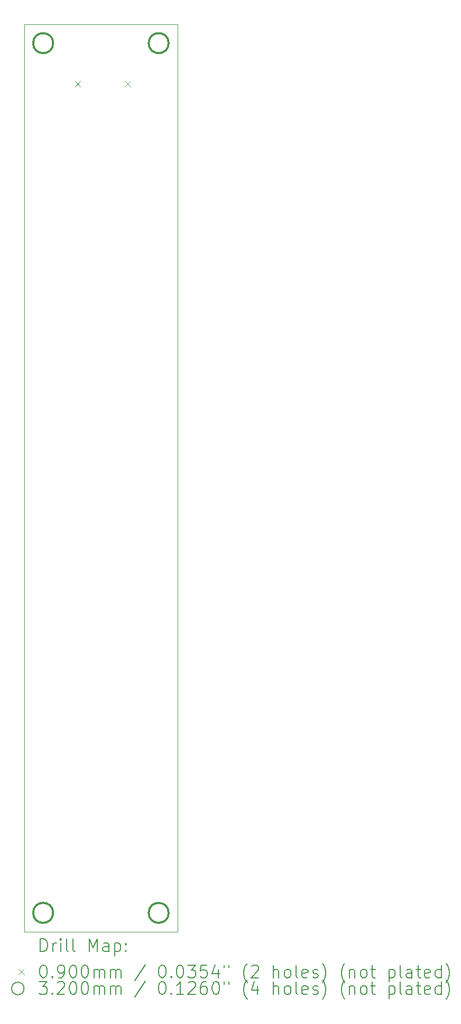
<source format=gbr>
%TF.GenerationSoftware,KiCad,Pcbnew,7.0.10-7.0.10~ubuntu22.04.1*%
%TF.CreationDate,2024-01-30T11:01:31+01:00*%
%TF.ProjectId,rocketry_circuit,726f636b-6574-4727-995f-636972637569,rev?*%
%TF.SameCoordinates,Original*%
%TF.FileFunction,Drillmap*%
%TF.FilePolarity,Positive*%
%FSLAX45Y45*%
G04 Gerber Fmt 4.5, Leading zero omitted, Abs format (unit mm)*
G04 Created by KiCad (PCBNEW 7.0.10-7.0.10~ubuntu22.04.1) date 2024-01-30 11:01:31*
%MOMM*%
%LPD*%
G01*
G04 APERTURE LIST*
%ADD10C,0.100000*%
%ADD11C,0.200000*%
%ADD12C,0.320000*%
G04 APERTURE END LIST*
D10*
X1200000Y-1200000D02*
X3650000Y-1200000D01*
X3650000Y-15700000D01*
X1200000Y-15700000D01*
X1200000Y-1200000D01*
D11*
D10*
X2010097Y-2106816D02*
X2100097Y-2196816D01*
X2100097Y-2106816D02*
X2010097Y-2196816D01*
X2810097Y-2106816D02*
X2900097Y-2196816D01*
X2900097Y-2106816D02*
X2810097Y-2196816D01*
D12*
X1660000Y-1500000D02*
G75*
G03*
X1340000Y-1500000I-160000J0D01*
G01*
X1340000Y-1500000D02*
G75*
G03*
X1660000Y-1500000I160000J0D01*
G01*
X1660000Y-15400000D02*
G75*
G03*
X1340000Y-15400000I-160000J0D01*
G01*
X1340000Y-15400000D02*
G75*
G03*
X1660000Y-15400000I160000J0D01*
G01*
X3510000Y-1500000D02*
G75*
G03*
X3190000Y-1500000I-160000J0D01*
G01*
X3190000Y-1500000D02*
G75*
G03*
X3510000Y-1500000I160000J0D01*
G01*
X3510000Y-15400000D02*
G75*
G03*
X3190000Y-15400000I-160000J0D01*
G01*
X3190000Y-15400000D02*
G75*
G03*
X3510000Y-15400000I160000J0D01*
G01*
D11*
X1455777Y-16016484D02*
X1455777Y-15816484D01*
X1455777Y-15816484D02*
X1503396Y-15816484D01*
X1503396Y-15816484D02*
X1531967Y-15826008D01*
X1531967Y-15826008D02*
X1551015Y-15845055D01*
X1551015Y-15845055D02*
X1560539Y-15864103D01*
X1560539Y-15864103D02*
X1570062Y-15902198D01*
X1570062Y-15902198D02*
X1570062Y-15930769D01*
X1570062Y-15930769D02*
X1560539Y-15968865D01*
X1560539Y-15968865D02*
X1551015Y-15987912D01*
X1551015Y-15987912D02*
X1531967Y-16006960D01*
X1531967Y-16006960D02*
X1503396Y-16016484D01*
X1503396Y-16016484D02*
X1455777Y-16016484D01*
X1655777Y-16016484D02*
X1655777Y-15883150D01*
X1655777Y-15921246D02*
X1665301Y-15902198D01*
X1665301Y-15902198D02*
X1674824Y-15892674D01*
X1674824Y-15892674D02*
X1693872Y-15883150D01*
X1693872Y-15883150D02*
X1712920Y-15883150D01*
X1779586Y-16016484D02*
X1779586Y-15883150D01*
X1779586Y-15816484D02*
X1770062Y-15826008D01*
X1770062Y-15826008D02*
X1779586Y-15835531D01*
X1779586Y-15835531D02*
X1789110Y-15826008D01*
X1789110Y-15826008D02*
X1779586Y-15816484D01*
X1779586Y-15816484D02*
X1779586Y-15835531D01*
X1903396Y-16016484D02*
X1884348Y-16006960D01*
X1884348Y-16006960D02*
X1874824Y-15987912D01*
X1874824Y-15987912D02*
X1874824Y-15816484D01*
X2008158Y-16016484D02*
X1989110Y-16006960D01*
X1989110Y-16006960D02*
X1979586Y-15987912D01*
X1979586Y-15987912D02*
X1979586Y-15816484D01*
X2236729Y-16016484D02*
X2236729Y-15816484D01*
X2236729Y-15816484D02*
X2303396Y-15959341D01*
X2303396Y-15959341D02*
X2370063Y-15816484D01*
X2370063Y-15816484D02*
X2370063Y-16016484D01*
X2551015Y-16016484D02*
X2551015Y-15911722D01*
X2551015Y-15911722D02*
X2541491Y-15892674D01*
X2541491Y-15892674D02*
X2522444Y-15883150D01*
X2522444Y-15883150D02*
X2484348Y-15883150D01*
X2484348Y-15883150D02*
X2465301Y-15892674D01*
X2551015Y-16006960D02*
X2531967Y-16016484D01*
X2531967Y-16016484D02*
X2484348Y-16016484D01*
X2484348Y-16016484D02*
X2465301Y-16006960D01*
X2465301Y-16006960D02*
X2455777Y-15987912D01*
X2455777Y-15987912D02*
X2455777Y-15968865D01*
X2455777Y-15968865D02*
X2465301Y-15949817D01*
X2465301Y-15949817D02*
X2484348Y-15940293D01*
X2484348Y-15940293D02*
X2531967Y-15940293D01*
X2531967Y-15940293D02*
X2551015Y-15930769D01*
X2646253Y-15883150D02*
X2646253Y-16083150D01*
X2646253Y-15892674D02*
X2665301Y-15883150D01*
X2665301Y-15883150D02*
X2703396Y-15883150D01*
X2703396Y-15883150D02*
X2722444Y-15892674D01*
X2722444Y-15892674D02*
X2731967Y-15902198D01*
X2731967Y-15902198D02*
X2741491Y-15921246D01*
X2741491Y-15921246D02*
X2741491Y-15978388D01*
X2741491Y-15978388D02*
X2731967Y-15997436D01*
X2731967Y-15997436D02*
X2722444Y-16006960D01*
X2722444Y-16006960D02*
X2703396Y-16016484D01*
X2703396Y-16016484D02*
X2665301Y-16016484D01*
X2665301Y-16016484D02*
X2646253Y-16006960D01*
X2827205Y-15997436D02*
X2836729Y-16006960D01*
X2836729Y-16006960D02*
X2827205Y-16016484D01*
X2827205Y-16016484D02*
X2817682Y-16006960D01*
X2817682Y-16006960D02*
X2827205Y-15997436D01*
X2827205Y-15997436D02*
X2827205Y-16016484D01*
X2827205Y-15892674D02*
X2836729Y-15902198D01*
X2836729Y-15902198D02*
X2827205Y-15911722D01*
X2827205Y-15911722D02*
X2817682Y-15902198D01*
X2817682Y-15902198D02*
X2827205Y-15892674D01*
X2827205Y-15892674D02*
X2827205Y-15911722D01*
D10*
X1105000Y-16300000D02*
X1195000Y-16390000D01*
X1195000Y-16300000D02*
X1105000Y-16390000D01*
D11*
X1493872Y-16236484D02*
X1512920Y-16236484D01*
X1512920Y-16236484D02*
X1531967Y-16246008D01*
X1531967Y-16246008D02*
X1541491Y-16255531D01*
X1541491Y-16255531D02*
X1551015Y-16274579D01*
X1551015Y-16274579D02*
X1560539Y-16312674D01*
X1560539Y-16312674D02*
X1560539Y-16360293D01*
X1560539Y-16360293D02*
X1551015Y-16398388D01*
X1551015Y-16398388D02*
X1541491Y-16417436D01*
X1541491Y-16417436D02*
X1531967Y-16426960D01*
X1531967Y-16426960D02*
X1512920Y-16436484D01*
X1512920Y-16436484D02*
X1493872Y-16436484D01*
X1493872Y-16436484D02*
X1474824Y-16426960D01*
X1474824Y-16426960D02*
X1465301Y-16417436D01*
X1465301Y-16417436D02*
X1455777Y-16398388D01*
X1455777Y-16398388D02*
X1446253Y-16360293D01*
X1446253Y-16360293D02*
X1446253Y-16312674D01*
X1446253Y-16312674D02*
X1455777Y-16274579D01*
X1455777Y-16274579D02*
X1465301Y-16255531D01*
X1465301Y-16255531D02*
X1474824Y-16246008D01*
X1474824Y-16246008D02*
X1493872Y-16236484D01*
X1646253Y-16417436D02*
X1655777Y-16426960D01*
X1655777Y-16426960D02*
X1646253Y-16436484D01*
X1646253Y-16436484D02*
X1636729Y-16426960D01*
X1636729Y-16426960D02*
X1646253Y-16417436D01*
X1646253Y-16417436D02*
X1646253Y-16436484D01*
X1751015Y-16436484D02*
X1789110Y-16436484D01*
X1789110Y-16436484D02*
X1808158Y-16426960D01*
X1808158Y-16426960D02*
X1817682Y-16417436D01*
X1817682Y-16417436D02*
X1836729Y-16388865D01*
X1836729Y-16388865D02*
X1846253Y-16350769D01*
X1846253Y-16350769D02*
X1846253Y-16274579D01*
X1846253Y-16274579D02*
X1836729Y-16255531D01*
X1836729Y-16255531D02*
X1827205Y-16246008D01*
X1827205Y-16246008D02*
X1808158Y-16236484D01*
X1808158Y-16236484D02*
X1770062Y-16236484D01*
X1770062Y-16236484D02*
X1751015Y-16246008D01*
X1751015Y-16246008D02*
X1741491Y-16255531D01*
X1741491Y-16255531D02*
X1731967Y-16274579D01*
X1731967Y-16274579D02*
X1731967Y-16322198D01*
X1731967Y-16322198D02*
X1741491Y-16341246D01*
X1741491Y-16341246D02*
X1751015Y-16350769D01*
X1751015Y-16350769D02*
X1770062Y-16360293D01*
X1770062Y-16360293D02*
X1808158Y-16360293D01*
X1808158Y-16360293D02*
X1827205Y-16350769D01*
X1827205Y-16350769D02*
X1836729Y-16341246D01*
X1836729Y-16341246D02*
X1846253Y-16322198D01*
X1970062Y-16236484D02*
X1989110Y-16236484D01*
X1989110Y-16236484D02*
X2008158Y-16246008D01*
X2008158Y-16246008D02*
X2017682Y-16255531D01*
X2017682Y-16255531D02*
X2027205Y-16274579D01*
X2027205Y-16274579D02*
X2036729Y-16312674D01*
X2036729Y-16312674D02*
X2036729Y-16360293D01*
X2036729Y-16360293D02*
X2027205Y-16398388D01*
X2027205Y-16398388D02*
X2017682Y-16417436D01*
X2017682Y-16417436D02*
X2008158Y-16426960D01*
X2008158Y-16426960D02*
X1989110Y-16436484D01*
X1989110Y-16436484D02*
X1970062Y-16436484D01*
X1970062Y-16436484D02*
X1951015Y-16426960D01*
X1951015Y-16426960D02*
X1941491Y-16417436D01*
X1941491Y-16417436D02*
X1931967Y-16398388D01*
X1931967Y-16398388D02*
X1922443Y-16360293D01*
X1922443Y-16360293D02*
X1922443Y-16312674D01*
X1922443Y-16312674D02*
X1931967Y-16274579D01*
X1931967Y-16274579D02*
X1941491Y-16255531D01*
X1941491Y-16255531D02*
X1951015Y-16246008D01*
X1951015Y-16246008D02*
X1970062Y-16236484D01*
X2160539Y-16236484D02*
X2179586Y-16236484D01*
X2179586Y-16236484D02*
X2198634Y-16246008D01*
X2198634Y-16246008D02*
X2208158Y-16255531D01*
X2208158Y-16255531D02*
X2217682Y-16274579D01*
X2217682Y-16274579D02*
X2227205Y-16312674D01*
X2227205Y-16312674D02*
X2227205Y-16360293D01*
X2227205Y-16360293D02*
X2217682Y-16398388D01*
X2217682Y-16398388D02*
X2208158Y-16417436D01*
X2208158Y-16417436D02*
X2198634Y-16426960D01*
X2198634Y-16426960D02*
X2179586Y-16436484D01*
X2179586Y-16436484D02*
X2160539Y-16436484D01*
X2160539Y-16436484D02*
X2141491Y-16426960D01*
X2141491Y-16426960D02*
X2131967Y-16417436D01*
X2131967Y-16417436D02*
X2122444Y-16398388D01*
X2122444Y-16398388D02*
X2112920Y-16360293D01*
X2112920Y-16360293D02*
X2112920Y-16312674D01*
X2112920Y-16312674D02*
X2122444Y-16274579D01*
X2122444Y-16274579D02*
X2131967Y-16255531D01*
X2131967Y-16255531D02*
X2141491Y-16246008D01*
X2141491Y-16246008D02*
X2160539Y-16236484D01*
X2312920Y-16436484D02*
X2312920Y-16303150D01*
X2312920Y-16322198D02*
X2322444Y-16312674D01*
X2322444Y-16312674D02*
X2341491Y-16303150D01*
X2341491Y-16303150D02*
X2370063Y-16303150D01*
X2370063Y-16303150D02*
X2389110Y-16312674D01*
X2389110Y-16312674D02*
X2398634Y-16331722D01*
X2398634Y-16331722D02*
X2398634Y-16436484D01*
X2398634Y-16331722D02*
X2408158Y-16312674D01*
X2408158Y-16312674D02*
X2427205Y-16303150D01*
X2427205Y-16303150D02*
X2455777Y-16303150D01*
X2455777Y-16303150D02*
X2474825Y-16312674D01*
X2474825Y-16312674D02*
X2484348Y-16331722D01*
X2484348Y-16331722D02*
X2484348Y-16436484D01*
X2579586Y-16436484D02*
X2579586Y-16303150D01*
X2579586Y-16322198D02*
X2589110Y-16312674D01*
X2589110Y-16312674D02*
X2608158Y-16303150D01*
X2608158Y-16303150D02*
X2636729Y-16303150D01*
X2636729Y-16303150D02*
X2655777Y-16312674D01*
X2655777Y-16312674D02*
X2665301Y-16331722D01*
X2665301Y-16331722D02*
X2665301Y-16436484D01*
X2665301Y-16331722D02*
X2674825Y-16312674D01*
X2674825Y-16312674D02*
X2693872Y-16303150D01*
X2693872Y-16303150D02*
X2722444Y-16303150D01*
X2722444Y-16303150D02*
X2741491Y-16312674D01*
X2741491Y-16312674D02*
X2751015Y-16331722D01*
X2751015Y-16331722D02*
X2751015Y-16436484D01*
X3141491Y-16226960D02*
X2970063Y-16484103D01*
X3398634Y-16236484D02*
X3417682Y-16236484D01*
X3417682Y-16236484D02*
X3436729Y-16246008D01*
X3436729Y-16246008D02*
X3446253Y-16255531D01*
X3446253Y-16255531D02*
X3455777Y-16274579D01*
X3455777Y-16274579D02*
X3465301Y-16312674D01*
X3465301Y-16312674D02*
X3465301Y-16360293D01*
X3465301Y-16360293D02*
X3455777Y-16398388D01*
X3455777Y-16398388D02*
X3446253Y-16417436D01*
X3446253Y-16417436D02*
X3436729Y-16426960D01*
X3436729Y-16426960D02*
X3417682Y-16436484D01*
X3417682Y-16436484D02*
X3398634Y-16436484D01*
X3398634Y-16436484D02*
X3379586Y-16426960D01*
X3379586Y-16426960D02*
X3370063Y-16417436D01*
X3370063Y-16417436D02*
X3360539Y-16398388D01*
X3360539Y-16398388D02*
X3351015Y-16360293D01*
X3351015Y-16360293D02*
X3351015Y-16312674D01*
X3351015Y-16312674D02*
X3360539Y-16274579D01*
X3360539Y-16274579D02*
X3370063Y-16255531D01*
X3370063Y-16255531D02*
X3379586Y-16246008D01*
X3379586Y-16246008D02*
X3398634Y-16236484D01*
X3551015Y-16417436D02*
X3560539Y-16426960D01*
X3560539Y-16426960D02*
X3551015Y-16436484D01*
X3551015Y-16436484D02*
X3541491Y-16426960D01*
X3541491Y-16426960D02*
X3551015Y-16417436D01*
X3551015Y-16417436D02*
X3551015Y-16436484D01*
X3684348Y-16236484D02*
X3703396Y-16236484D01*
X3703396Y-16236484D02*
X3722444Y-16246008D01*
X3722444Y-16246008D02*
X3731967Y-16255531D01*
X3731967Y-16255531D02*
X3741491Y-16274579D01*
X3741491Y-16274579D02*
X3751015Y-16312674D01*
X3751015Y-16312674D02*
X3751015Y-16360293D01*
X3751015Y-16360293D02*
X3741491Y-16398388D01*
X3741491Y-16398388D02*
X3731967Y-16417436D01*
X3731967Y-16417436D02*
X3722444Y-16426960D01*
X3722444Y-16426960D02*
X3703396Y-16436484D01*
X3703396Y-16436484D02*
X3684348Y-16436484D01*
X3684348Y-16436484D02*
X3665301Y-16426960D01*
X3665301Y-16426960D02*
X3655777Y-16417436D01*
X3655777Y-16417436D02*
X3646253Y-16398388D01*
X3646253Y-16398388D02*
X3636729Y-16360293D01*
X3636729Y-16360293D02*
X3636729Y-16312674D01*
X3636729Y-16312674D02*
X3646253Y-16274579D01*
X3646253Y-16274579D02*
X3655777Y-16255531D01*
X3655777Y-16255531D02*
X3665301Y-16246008D01*
X3665301Y-16246008D02*
X3684348Y-16236484D01*
X3817682Y-16236484D02*
X3941491Y-16236484D01*
X3941491Y-16236484D02*
X3874825Y-16312674D01*
X3874825Y-16312674D02*
X3903396Y-16312674D01*
X3903396Y-16312674D02*
X3922444Y-16322198D01*
X3922444Y-16322198D02*
X3931967Y-16331722D01*
X3931967Y-16331722D02*
X3941491Y-16350769D01*
X3941491Y-16350769D02*
X3941491Y-16398388D01*
X3941491Y-16398388D02*
X3931967Y-16417436D01*
X3931967Y-16417436D02*
X3922444Y-16426960D01*
X3922444Y-16426960D02*
X3903396Y-16436484D01*
X3903396Y-16436484D02*
X3846253Y-16436484D01*
X3846253Y-16436484D02*
X3827206Y-16426960D01*
X3827206Y-16426960D02*
X3817682Y-16417436D01*
X4122444Y-16236484D02*
X4027206Y-16236484D01*
X4027206Y-16236484D02*
X4017682Y-16331722D01*
X4017682Y-16331722D02*
X4027206Y-16322198D01*
X4027206Y-16322198D02*
X4046253Y-16312674D01*
X4046253Y-16312674D02*
X4093872Y-16312674D01*
X4093872Y-16312674D02*
X4112920Y-16322198D01*
X4112920Y-16322198D02*
X4122444Y-16331722D01*
X4122444Y-16331722D02*
X4131967Y-16350769D01*
X4131967Y-16350769D02*
X4131967Y-16398388D01*
X4131967Y-16398388D02*
X4122444Y-16417436D01*
X4122444Y-16417436D02*
X4112920Y-16426960D01*
X4112920Y-16426960D02*
X4093872Y-16436484D01*
X4093872Y-16436484D02*
X4046253Y-16436484D01*
X4046253Y-16436484D02*
X4027206Y-16426960D01*
X4027206Y-16426960D02*
X4017682Y-16417436D01*
X4303396Y-16303150D02*
X4303396Y-16436484D01*
X4255777Y-16226960D02*
X4208158Y-16369817D01*
X4208158Y-16369817D02*
X4331968Y-16369817D01*
X4398634Y-16236484D02*
X4398634Y-16274579D01*
X4474825Y-16236484D02*
X4474825Y-16274579D01*
X4770063Y-16512674D02*
X4760539Y-16503150D01*
X4760539Y-16503150D02*
X4741491Y-16474579D01*
X4741491Y-16474579D02*
X4731968Y-16455531D01*
X4731968Y-16455531D02*
X4722444Y-16426960D01*
X4722444Y-16426960D02*
X4712920Y-16379341D01*
X4712920Y-16379341D02*
X4712920Y-16341246D01*
X4712920Y-16341246D02*
X4722444Y-16293627D01*
X4722444Y-16293627D02*
X4731968Y-16265055D01*
X4731968Y-16265055D02*
X4741491Y-16246008D01*
X4741491Y-16246008D02*
X4760539Y-16217436D01*
X4760539Y-16217436D02*
X4770063Y-16207912D01*
X4836730Y-16255531D02*
X4846253Y-16246008D01*
X4846253Y-16246008D02*
X4865301Y-16236484D01*
X4865301Y-16236484D02*
X4912920Y-16236484D01*
X4912920Y-16236484D02*
X4931968Y-16246008D01*
X4931968Y-16246008D02*
X4941491Y-16255531D01*
X4941491Y-16255531D02*
X4951015Y-16274579D01*
X4951015Y-16274579D02*
X4951015Y-16293627D01*
X4951015Y-16293627D02*
X4941491Y-16322198D01*
X4941491Y-16322198D02*
X4827206Y-16436484D01*
X4827206Y-16436484D02*
X4951015Y-16436484D01*
X5189111Y-16436484D02*
X5189111Y-16236484D01*
X5274825Y-16436484D02*
X5274825Y-16331722D01*
X5274825Y-16331722D02*
X5265301Y-16312674D01*
X5265301Y-16312674D02*
X5246253Y-16303150D01*
X5246253Y-16303150D02*
X5217682Y-16303150D01*
X5217682Y-16303150D02*
X5198634Y-16312674D01*
X5198634Y-16312674D02*
X5189111Y-16322198D01*
X5398634Y-16436484D02*
X5379587Y-16426960D01*
X5379587Y-16426960D02*
X5370063Y-16417436D01*
X5370063Y-16417436D02*
X5360539Y-16398388D01*
X5360539Y-16398388D02*
X5360539Y-16341246D01*
X5360539Y-16341246D02*
X5370063Y-16322198D01*
X5370063Y-16322198D02*
X5379587Y-16312674D01*
X5379587Y-16312674D02*
X5398634Y-16303150D01*
X5398634Y-16303150D02*
X5427206Y-16303150D01*
X5427206Y-16303150D02*
X5446253Y-16312674D01*
X5446253Y-16312674D02*
X5455777Y-16322198D01*
X5455777Y-16322198D02*
X5465301Y-16341246D01*
X5465301Y-16341246D02*
X5465301Y-16398388D01*
X5465301Y-16398388D02*
X5455777Y-16417436D01*
X5455777Y-16417436D02*
X5446253Y-16426960D01*
X5446253Y-16426960D02*
X5427206Y-16436484D01*
X5427206Y-16436484D02*
X5398634Y-16436484D01*
X5579587Y-16436484D02*
X5560539Y-16426960D01*
X5560539Y-16426960D02*
X5551015Y-16407912D01*
X5551015Y-16407912D02*
X5551015Y-16236484D01*
X5731968Y-16426960D02*
X5712920Y-16436484D01*
X5712920Y-16436484D02*
X5674825Y-16436484D01*
X5674825Y-16436484D02*
X5655777Y-16426960D01*
X5655777Y-16426960D02*
X5646253Y-16407912D01*
X5646253Y-16407912D02*
X5646253Y-16331722D01*
X5646253Y-16331722D02*
X5655777Y-16312674D01*
X5655777Y-16312674D02*
X5674825Y-16303150D01*
X5674825Y-16303150D02*
X5712920Y-16303150D01*
X5712920Y-16303150D02*
X5731968Y-16312674D01*
X5731968Y-16312674D02*
X5741491Y-16331722D01*
X5741491Y-16331722D02*
X5741491Y-16350769D01*
X5741491Y-16350769D02*
X5646253Y-16369817D01*
X5817682Y-16426960D02*
X5836730Y-16436484D01*
X5836730Y-16436484D02*
X5874825Y-16436484D01*
X5874825Y-16436484D02*
X5893872Y-16426960D01*
X5893872Y-16426960D02*
X5903396Y-16407912D01*
X5903396Y-16407912D02*
X5903396Y-16398388D01*
X5903396Y-16398388D02*
X5893872Y-16379341D01*
X5893872Y-16379341D02*
X5874825Y-16369817D01*
X5874825Y-16369817D02*
X5846253Y-16369817D01*
X5846253Y-16369817D02*
X5827206Y-16360293D01*
X5827206Y-16360293D02*
X5817682Y-16341246D01*
X5817682Y-16341246D02*
X5817682Y-16331722D01*
X5817682Y-16331722D02*
X5827206Y-16312674D01*
X5827206Y-16312674D02*
X5846253Y-16303150D01*
X5846253Y-16303150D02*
X5874825Y-16303150D01*
X5874825Y-16303150D02*
X5893872Y-16312674D01*
X5970063Y-16512674D02*
X5979587Y-16503150D01*
X5979587Y-16503150D02*
X5998634Y-16474579D01*
X5998634Y-16474579D02*
X6008158Y-16455531D01*
X6008158Y-16455531D02*
X6017682Y-16426960D01*
X6017682Y-16426960D02*
X6027206Y-16379341D01*
X6027206Y-16379341D02*
X6027206Y-16341246D01*
X6027206Y-16341246D02*
X6017682Y-16293627D01*
X6017682Y-16293627D02*
X6008158Y-16265055D01*
X6008158Y-16265055D02*
X5998634Y-16246008D01*
X5998634Y-16246008D02*
X5979587Y-16217436D01*
X5979587Y-16217436D02*
X5970063Y-16207912D01*
X6331968Y-16512674D02*
X6322444Y-16503150D01*
X6322444Y-16503150D02*
X6303396Y-16474579D01*
X6303396Y-16474579D02*
X6293872Y-16455531D01*
X6293872Y-16455531D02*
X6284349Y-16426960D01*
X6284349Y-16426960D02*
X6274825Y-16379341D01*
X6274825Y-16379341D02*
X6274825Y-16341246D01*
X6274825Y-16341246D02*
X6284349Y-16293627D01*
X6284349Y-16293627D02*
X6293872Y-16265055D01*
X6293872Y-16265055D02*
X6303396Y-16246008D01*
X6303396Y-16246008D02*
X6322444Y-16217436D01*
X6322444Y-16217436D02*
X6331968Y-16207912D01*
X6408158Y-16303150D02*
X6408158Y-16436484D01*
X6408158Y-16322198D02*
X6417682Y-16312674D01*
X6417682Y-16312674D02*
X6436730Y-16303150D01*
X6436730Y-16303150D02*
X6465301Y-16303150D01*
X6465301Y-16303150D02*
X6484349Y-16312674D01*
X6484349Y-16312674D02*
X6493872Y-16331722D01*
X6493872Y-16331722D02*
X6493872Y-16436484D01*
X6617682Y-16436484D02*
X6598634Y-16426960D01*
X6598634Y-16426960D02*
X6589111Y-16417436D01*
X6589111Y-16417436D02*
X6579587Y-16398388D01*
X6579587Y-16398388D02*
X6579587Y-16341246D01*
X6579587Y-16341246D02*
X6589111Y-16322198D01*
X6589111Y-16322198D02*
X6598634Y-16312674D01*
X6598634Y-16312674D02*
X6617682Y-16303150D01*
X6617682Y-16303150D02*
X6646253Y-16303150D01*
X6646253Y-16303150D02*
X6665301Y-16312674D01*
X6665301Y-16312674D02*
X6674825Y-16322198D01*
X6674825Y-16322198D02*
X6684349Y-16341246D01*
X6684349Y-16341246D02*
X6684349Y-16398388D01*
X6684349Y-16398388D02*
X6674825Y-16417436D01*
X6674825Y-16417436D02*
X6665301Y-16426960D01*
X6665301Y-16426960D02*
X6646253Y-16436484D01*
X6646253Y-16436484D02*
X6617682Y-16436484D01*
X6741492Y-16303150D02*
X6817682Y-16303150D01*
X6770063Y-16236484D02*
X6770063Y-16407912D01*
X6770063Y-16407912D02*
X6779587Y-16426960D01*
X6779587Y-16426960D02*
X6798634Y-16436484D01*
X6798634Y-16436484D02*
X6817682Y-16436484D01*
X7036730Y-16303150D02*
X7036730Y-16503150D01*
X7036730Y-16312674D02*
X7055777Y-16303150D01*
X7055777Y-16303150D02*
X7093873Y-16303150D01*
X7093873Y-16303150D02*
X7112920Y-16312674D01*
X7112920Y-16312674D02*
X7122444Y-16322198D01*
X7122444Y-16322198D02*
X7131968Y-16341246D01*
X7131968Y-16341246D02*
X7131968Y-16398388D01*
X7131968Y-16398388D02*
X7122444Y-16417436D01*
X7122444Y-16417436D02*
X7112920Y-16426960D01*
X7112920Y-16426960D02*
X7093873Y-16436484D01*
X7093873Y-16436484D02*
X7055777Y-16436484D01*
X7055777Y-16436484D02*
X7036730Y-16426960D01*
X7246253Y-16436484D02*
X7227206Y-16426960D01*
X7227206Y-16426960D02*
X7217682Y-16407912D01*
X7217682Y-16407912D02*
X7217682Y-16236484D01*
X7408158Y-16436484D02*
X7408158Y-16331722D01*
X7408158Y-16331722D02*
X7398634Y-16312674D01*
X7398634Y-16312674D02*
X7379587Y-16303150D01*
X7379587Y-16303150D02*
X7341492Y-16303150D01*
X7341492Y-16303150D02*
X7322444Y-16312674D01*
X7408158Y-16426960D02*
X7389111Y-16436484D01*
X7389111Y-16436484D02*
X7341492Y-16436484D01*
X7341492Y-16436484D02*
X7322444Y-16426960D01*
X7322444Y-16426960D02*
X7312920Y-16407912D01*
X7312920Y-16407912D02*
X7312920Y-16388865D01*
X7312920Y-16388865D02*
X7322444Y-16369817D01*
X7322444Y-16369817D02*
X7341492Y-16360293D01*
X7341492Y-16360293D02*
X7389111Y-16360293D01*
X7389111Y-16360293D02*
X7408158Y-16350769D01*
X7474825Y-16303150D02*
X7551015Y-16303150D01*
X7503396Y-16236484D02*
X7503396Y-16407912D01*
X7503396Y-16407912D02*
X7512920Y-16426960D01*
X7512920Y-16426960D02*
X7531968Y-16436484D01*
X7531968Y-16436484D02*
X7551015Y-16436484D01*
X7693873Y-16426960D02*
X7674825Y-16436484D01*
X7674825Y-16436484D02*
X7636730Y-16436484D01*
X7636730Y-16436484D02*
X7617682Y-16426960D01*
X7617682Y-16426960D02*
X7608158Y-16407912D01*
X7608158Y-16407912D02*
X7608158Y-16331722D01*
X7608158Y-16331722D02*
X7617682Y-16312674D01*
X7617682Y-16312674D02*
X7636730Y-16303150D01*
X7636730Y-16303150D02*
X7674825Y-16303150D01*
X7674825Y-16303150D02*
X7693873Y-16312674D01*
X7693873Y-16312674D02*
X7703396Y-16331722D01*
X7703396Y-16331722D02*
X7703396Y-16350769D01*
X7703396Y-16350769D02*
X7608158Y-16369817D01*
X7874825Y-16436484D02*
X7874825Y-16236484D01*
X7874825Y-16426960D02*
X7855777Y-16436484D01*
X7855777Y-16436484D02*
X7817682Y-16436484D01*
X7817682Y-16436484D02*
X7798634Y-16426960D01*
X7798634Y-16426960D02*
X7789111Y-16417436D01*
X7789111Y-16417436D02*
X7779587Y-16398388D01*
X7779587Y-16398388D02*
X7779587Y-16341246D01*
X7779587Y-16341246D02*
X7789111Y-16322198D01*
X7789111Y-16322198D02*
X7798634Y-16312674D01*
X7798634Y-16312674D02*
X7817682Y-16303150D01*
X7817682Y-16303150D02*
X7855777Y-16303150D01*
X7855777Y-16303150D02*
X7874825Y-16312674D01*
X7951015Y-16512674D02*
X7960539Y-16503150D01*
X7960539Y-16503150D02*
X7979587Y-16474579D01*
X7979587Y-16474579D02*
X7989111Y-16455531D01*
X7989111Y-16455531D02*
X7998634Y-16426960D01*
X7998634Y-16426960D02*
X8008158Y-16379341D01*
X8008158Y-16379341D02*
X8008158Y-16341246D01*
X8008158Y-16341246D02*
X7998634Y-16293627D01*
X7998634Y-16293627D02*
X7989111Y-16265055D01*
X7989111Y-16265055D02*
X7979587Y-16246008D01*
X7979587Y-16246008D02*
X7960539Y-16217436D01*
X7960539Y-16217436D02*
X7951015Y-16207912D01*
X1195000Y-16609000D02*
G75*
G03*
X995000Y-16609000I-100000J0D01*
G01*
X995000Y-16609000D02*
G75*
G03*
X1195000Y-16609000I100000J0D01*
G01*
X1436729Y-16500484D02*
X1560539Y-16500484D01*
X1560539Y-16500484D02*
X1493872Y-16576674D01*
X1493872Y-16576674D02*
X1522443Y-16576674D01*
X1522443Y-16576674D02*
X1541491Y-16586198D01*
X1541491Y-16586198D02*
X1551015Y-16595722D01*
X1551015Y-16595722D02*
X1560539Y-16614769D01*
X1560539Y-16614769D02*
X1560539Y-16662388D01*
X1560539Y-16662388D02*
X1551015Y-16681436D01*
X1551015Y-16681436D02*
X1541491Y-16690960D01*
X1541491Y-16690960D02*
X1522443Y-16700484D01*
X1522443Y-16700484D02*
X1465301Y-16700484D01*
X1465301Y-16700484D02*
X1446253Y-16690960D01*
X1446253Y-16690960D02*
X1436729Y-16681436D01*
X1646253Y-16681436D02*
X1655777Y-16690960D01*
X1655777Y-16690960D02*
X1646253Y-16700484D01*
X1646253Y-16700484D02*
X1636729Y-16690960D01*
X1636729Y-16690960D02*
X1646253Y-16681436D01*
X1646253Y-16681436D02*
X1646253Y-16700484D01*
X1731967Y-16519531D02*
X1741491Y-16510008D01*
X1741491Y-16510008D02*
X1760539Y-16500484D01*
X1760539Y-16500484D02*
X1808158Y-16500484D01*
X1808158Y-16500484D02*
X1827205Y-16510008D01*
X1827205Y-16510008D02*
X1836729Y-16519531D01*
X1836729Y-16519531D02*
X1846253Y-16538579D01*
X1846253Y-16538579D02*
X1846253Y-16557627D01*
X1846253Y-16557627D02*
X1836729Y-16586198D01*
X1836729Y-16586198D02*
X1722443Y-16700484D01*
X1722443Y-16700484D02*
X1846253Y-16700484D01*
X1970062Y-16500484D02*
X1989110Y-16500484D01*
X1989110Y-16500484D02*
X2008158Y-16510008D01*
X2008158Y-16510008D02*
X2017682Y-16519531D01*
X2017682Y-16519531D02*
X2027205Y-16538579D01*
X2027205Y-16538579D02*
X2036729Y-16576674D01*
X2036729Y-16576674D02*
X2036729Y-16624293D01*
X2036729Y-16624293D02*
X2027205Y-16662388D01*
X2027205Y-16662388D02*
X2017682Y-16681436D01*
X2017682Y-16681436D02*
X2008158Y-16690960D01*
X2008158Y-16690960D02*
X1989110Y-16700484D01*
X1989110Y-16700484D02*
X1970062Y-16700484D01*
X1970062Y-16700484D02*
X1951015Y-16690960D01*
X1951015Y-16690960D02*
X1941491Y-16681436D01*
X1941491Y-16681436D02*
X1931967Y-16662388D01*
X1931967Y-16662388D02*
X1922443Y-16624293D01*
X1922443Y-16624293D02*
X1922443Y-16576674D01*
X1922443Y-16576674D02*
X1931967Y-16538579D01*
X1931967Y-16538579D02*
X1941491Y-16519531D01*
X1941491Y-16519531D02*
X1951015Y-16510008D01*
X1951015Y-16510008D02*
X1970062Y-16500484D01*
X2160539Y-16500484D02*
X2179586Y-16500484D01*
X2179586Y-16500484D02*
X2198634Y-16510008D01*
X2198634Y-16510008D02*
X2208158Y-16519531D01*
X2208158Y-16519531D02*
X2217682Y-16538579D01*
X2217682Y-16538579D02*
X2227205Y-16576674D01*
X2227205Y-16576674D02*
X2227205Y-16624293D01*
X2227205Y-16624293D02*
X2217682Y-16662388D01*
X2217682Y-16662388D02*
X2208158Y-16681436D01*
X2208158Y-16681436D02*
X2198634Y-16690960D01*
X2198634Y-16690960D02*
X2179586Y-16700484D01*
X2179586Y-16700484D02*
X2160539Y-16700484D01*
X2160539Y-16700484D02*
X2141491Y-16690960D01*
X2141491Y-16690960D02*
X2131967Y-16681436D01*
X2131967Y-16681436D02*
X2122444Y-16662388D01*
X2122444Y-16662388D02*
X2112920Y-16624293D01*
X2112920Y-16624293D02*
X2112920Y-16576674D01*
X2112920Y-16576674D02*
X2122444Y-16538579D01*
X2122444Y-16538579D02*
X2131967Y-16519531D01*
X2131967Y-16519531D02*
X2141491Y-16510008D01*
X2141491Y-16510008D02*
X2160539Y-16500484D01*
X2312920Y-16700484D02*
X2312920Y-16567150D01*
X2312920Y-16586198D02*
X2322444Y-16576674D01*
X2322444Y-16576674D02*
X2341491Y-16567150D01*
X2341491Y-16567150D02*
X2370063Y-16567150D01*
X2370063Y-16567150D02*
X2389110Y-16576674D01*
X2389110Y-16576674D02*
X2398634Y-16595722D01*
X2398634Y-16595722D02*
X2398634Y-16700484D01*
X2398634Y-16595722D02*
X2408158Y-16576674D01*
X2408158Y-16576674D02*
X2427205Y-16567150D01*
X2427205Y-16567150D02*
X2455777Y-16567150D01*
X2455777Y-16567150D02*
X2474825Y-16576674D01*
X2474825Y-16576674D02*
X2484348Y-16595722D01*
X2484348Y-16595722D02*
X2484348Y-16700484D01*
X2579586Y-16700484D02*
X2579586Y-16567150D01*
X2579586Y-16586198D02*
X2589110Y-16576674D01*
X2589110Y-16576674D02*
X2608158Y-16567150D01*
X2608158Y-16567150D02*
X2636729Y-16567150D01*
X2636729Y-16567150D02*
X2655777Y-16576674D01*
X2655777Y-16576674D02*
X2665301Y-16595722D01*
X2665301Y-16595722D02*
X2665301Y-16700484D01*
X2665301Y-16595722D02*
X2674825Y-16576674D01*
X2674825Y-16576674D02*
X2693872Y-16567150D01*
X2693872Y-16567150D02*
X2722444Y-16567150D01*
X2722444Y-16567150D02*
X2741491Y-16576674D01*
X2741491Y-16576674D02*
X2751015Y-16595722D01*
X2751015Y-16595722D02*
X2751015Y-16700484D01*
X3141491Y-16490960D02*
X2970063Y-16748103D01*
X3398634Y-16500484D02*
X3417682Y-16500484D01*
X3417682Y-16500484D02*
X3436729Y-16510008D01*
X3436729Y-16510008D02*
X3446253Y-16519531D01*
X3446253Y-16519531D02*
X3455777Y-16538579D01*
X3455777Y-16538579D02*
X3465301Y-16576674D01*
X3465301Y-16576674D02*
X3465301Y-16624293D01*
X3465301Y-16624293D02*
X3455777Y-16662388D01*
X3455777Y-16662388D02*
X3446253Y-16681436D01*
X3446253Y-16681436D02*
X3436729Y-16690960D01*
X3436729Y-16690960D02*
X3417682Y-16700484D01*
X3417682Y-16700484D02*
X3398634Y-16700484D01*
X3398634Y-16700484D02*
X3379586Y-16690960D01*
X3379586Y-16690960D02*
X3370063Y-16681436D01*
X3370063Y-16681436D02*
X3360539Y-16662388D01*
X3360539Y-16662388D02*
X3351015Y-16624293D01*
X3351015Y-16624293D02*
X3351015Y-16576674D01*
X3351015Y-16576674D02*
X3360539Y-16538579D01*
X3360539Y-16538579D02*
X3370063Y-16519531D01*
X3370063Y-16519531D02*
X3379586Y-16510008D01*
X3379586Y-16510008D02*
X3398634Y-16500484D01*
X3551015Y-16681436D02*
X3560539Y-16690960D01*
X3560539Y-16690960D02*
X3551015Y-16700484D01*
X3551015Y-16700484D02*
X3541491Y-16690960D01*
X3541491Y-16690960D02*
X3551015Y-16681436D01*
X3551015Y-16681436D02*
X3551015Y-16700484D01*
X3751015Y-16700484D02*
X3636729Y-16700484D01*
X3693872Y-16700484D02*
X3693872Y-16500484D01*
X3693872Y-16500484D02*
X3674825Y-16529055D01*
X3674825Y-16529055D02*
X3655777Y-16548103D01*
X3655777Y-16548103D02*
X3636729Y-16557627D01*
X3827206Y-16519531D02*
X3836729Y-16510008D01*
X3836729Y-16510008D02*
X3855777Y-16500484D01*
X3855777Y-16500484D02*
X3903396Y-16500484D01*
X3903396Y-16500484D02*
X3922444Y-16510008D01*
X3922444Y-16510008D02*
X3931967Y-16519531D01*
X3931967Y-16519531D02*
X3941491Y-16538579D01*
X3941491Y-16538579D02*
X3941491Y-16557627D01*
X3941491Y-16557627D02*
X3931967Y-16586198D01*
X3931967Y-16586198D02*
X3817682Y-16700484D01*
X3817682Y-16700484D02*
X3941491Y-16700484D01*
X4112920Y-16500484D02*
X4074825Y-16500484D01*
X4074825Y-16500484D02*
X4055777Y-16510008D01*
X4055777Y-16510008D02*
X4046253Y-16519531D01*
X4046253Y-16519531D02*
X4027206Y-16548103D01*
X4027206Y-16548103D02*
X4017682Y-16586198D01*
X4017682Y-16586198D02*
X4017682Y-16662388D01*
X4017682Y-16662388D02*
X4027206Y-16681436D01*
X4027206Y-16681436D02*
X4036729Y-16690960D01*
X4036729Y-16690960D02*
X4055777Y-16700484D01*
X4055777Y-16700484D02*
X4093872Y-16700484D01*
X4093872Y-16700484D02*
X4112920Y-16690960D01*
X4112920Y-16690960D02*
X4122444Y-16681436D01*
X4122444Y-16681436D02*
X4131967Y-16662388D01*
X4131967Y-16662388D02*
X4131967Y-16614769D01*
X4131967Y-16614769D02*
X4122444Y-16595722D01*
X4122444Y-16595722D02*
X4112920Y-16586198D01*
X4112920Y-16586198D02*
X4093872Y-16576674D01*
X4093872Y-16576674D02*
X4055777Y-16576674D01*
X4055777Y-16576674D02*
X4036729Y-16586198D01*
X4036729Y-16586198D02*
X4027206Y-16595722D01*
X4027206Y-16595722D02*
X4017682Y-16614769D01*
X4255777Y-16500484D02*
X4274825Y-16500484D01*
X4274825Y-16500484D02*
X4293872Y-16510008D01*
X4293872Y-16510008D02*
X4303396Y-16519531D01*
X4303396Y-16519531D02*
X4312920Y-16538579D01*
X4312920Y-16538579D02*
X4322444Y-16576674D01*
X4322444Y-16576674D02*
X4322444Y-16624293D01*
X4322444Y-16624293D02*
X4312920Y-16662388D01*
X4312920Y-16662388D02*
X4303396Y-16681436D01*
X4303396Y-16681436D02*
X4293872Y-16690960D01*
X4293872Y-16690960D02*
X4274825Y-16700484D01*
X4274825Y-16700484D02*
X4255777Y-16700484D01*
X4255777Y-16700484D02*
X4236729Y-16690960D01*
X4236729Y-16690960D02*
X4227206Y-16681436D01*
X4227206Y-16681436D02*
X4217682Y-16662388D01*
X4217682Y-16662388D02*
X4208158Y-16624293D01*
X4208158Y-16624293D02*
X4208158Y-16576674D01*
X4208158Y-16576674D02*
X4217682Y-16538579D01*
X4217682Y-16538579D02*
X4227206Y-16519531D01*
X4227206Y-16519531D02*
X4236729Y-16510008D01*
X4236729Y-16510008D02*
X4255777Y-16500484D01*
X4398634Y-16500484D02*
X4398634Y-16538579D01*
X4474825Y-16500484D02*
X4474825Y-16538579D01*
X4770063Y-16776674D02*
X4760539Y-16767150D01*
X4760539Y-16767150D02*
X4741491Y-16738579D01*
X4741491Y-16738579D02*
X4731968Y-16719531D01*
X4731968Y-16719531D02*
X4722444Y-16690960D01*
X4722444Y-16690960D02*
X4712920Y-16643341D01*
X4712920Y-16643341D02*
X4712920Y-16605246D01*
X4712920Y-16605246D02*
X4722444Y-16557627D01*
X4722444Y-16557627D02*
X4731968Y-16529055D01*
X4731968Y-16529055D02*
X4741491Y-16510008D01*
X4741491Y-16510008D02*
X4760539Y-16481436D01*
X4760539Y-16481436D02*
X4770063Y-16471912D01*
X4931968Y-16567150D02*
X4931968Y-16700484D01*
X4884349Y-16490960D02*
X4836730Y-16633817D01*
X4836730Y-16633817D02*
X4960539Y-16633817D01*
X5189111Y-16700484D02*
X5189111Y-16500484D01*
X5274825Y-16700484D02*
X5274825Y-16595722D01*
X5274825Y-16595722D02*
X5265301Y-16576674D01*
X5265301Y-16576674D02*
X5246253Y-16567150D01*
X5246253Y-16567150D02*
X5217682Y-16567150D01*
X5217682Y-16567150D02*
X5198634Y-16576674D01*
X5198634Y-16576674D02*
X5189111Y-16586198D01*
X5398634Y-16700484D02*
X5379587Y-16690960D01*
X5379587Y-16690960D02*
X5370063Y-16681436D01*
X5370063Y-16681436D02*
X5360539Y-16662388D01*
X5360539Y-16662388D02*
X5360539Y-16605246D01*
X5360539Y-16605246D02*
X5370063Y-16586198D01*
X5370063Y-16586198D02*
X5379587Y-16576674D01*
X5379587Y-16576674D02*
X5398634Y-16567150D01*
X5398634Y-16567150D02*
X5427206Y-16567150D01*
X5427206Y-16567150D02*
X5446253Y-16576674D01*
X5446253Y-16576674D02*
X5455777Y-16586198D01*
X5455777Y-16586198D02*
X5465301Y-16605246D01*
X5465301Y-16605246D02*
X5465301Y-16662388D01*
X5465301Y-16662388D02*
X5455777Y-16681436D01*
X5455777Y-16681436D02*
X5446253Y-16690960D01*
X5446253Y-16690960D02*
X5427206Y-16700484D01*
X5427206Y-16700484D02*
X5398634Y-16700484D01*
X5579587Y-16700484D02*
X5560539Y-16690960D01*
X5560539Y-16690960D02*
X5551015Y-16671912D01*
X5551015Y-16671912D02*
X5551015Y-16500484D01*
X5731968Y-16690960D02*
X5712920Y-16700484D01*
X5712920Y-16700484D02*
X5674825Y-16700484D01*
X5674825Y-16700484D02*
X5655777Y-16690960D01*
X5655777Y-16690960D02*
X5646253Y-16671912D01*
X5646253Y-16671912D02*
X5646253Y-16595722D01*
X5646253Y-16595722D02*
X5655777Y-16576674D01*
X5655777Y-16576674D02*
X5674825Y-16567150D01*
X5674825Y-16567150D02*
X5712920Y-16567150D01*
X5712920Y-16567150D02*
X5731968Y-16576674D01*
X5731968Y-16576674D02*
X5741491Y-16595722D01*
X5741491Y-16595722D02*
X5741491Y-16614769D01*
X5741491Y-16614769D02*
X5646253Y-16633817D01*
X5817682Y-16690960D02*
X5836730Y-16700484D01*
X5836730Y-16700484D02*
X5874825Y-16700484D01*
X5874825Y-16700484D02*
X5893872Y-16690960D01*
X5893872Y-16690960D02*
X5903396Y-16671912D01*
X5903396Y-16671912D02*
X5903396Y-16662388D01*
X5903396Y-16662388D02*
X5893872Y-16643341D01*
X5893872Y-16643341D02*
X5874825Y-16633817D01*
X5874825Y-16633817D02*
X5846253Y-16633817D01*
X5846253Y-16633817D02*
X5827206Y-16624293D01*
X5827206Y-16624293D02*
X5817682Y-16605246D01*
X5817682Y-16605246D02*
X5817682Y-16595722D01*
X5817682Y-16595722D02*
X5827206Y-16576674D01*
X5827206Y-16576674D02*
X5846253Y-16567150D01*
X5846253Y-16567150D02*
X5874825Y-16567150D01*
X5874825Y-16567150D02*
X5893872Y-16576674D01*
X5970063Y-16776674D02*
X5979587Y-16767150D01*
X5979587Y-16767150D02*
X5998634Y-16738579D01*
X5998634Y-16738579D02*
X6008158Y-16719531D01*
X6008158Y-16719531D02*
X6017682Y-16690960D01*
X6017682Y-16690960D02*
X6027206Y-16643341D01*
X6027206Y-16643341D02*
X6027206Y-16605246D01*
X6027206Y-16605246D02*
X6017682Y-16557627D01*
X6017682Y-16557627D02*
X6008158Y-16529055D01*
X6008158Y-16529055D02*
X5998634Y-16510008D01*
X5998634Y-16510008D02*
X5979587Y-16481436D01*
X5979587Y-16481436D02*
X5970063Y-16471912D01*
X6331968Y-16776674D02*
X6322444Y-16767150D01*
X6322444Y-16767150D02*
X6303396Y-16738579D01*
X6303396Y-16738579D02*
X6293872Y-16719531D01*
X6293872Y-16719531D02*
X6284349Y-16690960D01*
X6284349Y-16690960D02*
X6274825Y-16643341D01*
X6274825Y-16643341D02*
X6274825Y-16605246D01*
X6274825Y-16605246D02*
X6284349Y-16557627D01*
X6284349Y-16557627D02*
X6293872Y-16529055D01*
X6293872Y-16529055D02*
X6303396Y-16510008D01*
X6303396Y-16510008D02*
X6322444Y-16481436D01*
X6322444Y-16481436D02*
X6331968Y-16471912D01*
X6408158Y-16567150D02*
X6408158Y-16700484D01*
X6408158Y-16586198D02*
X6417682Y-16576674D01*
X6417682Y-16576674D02*
X6436730Y-16567150D01*
X6436730Y-16567150D02*
X6465301Y-16567150D01*
X6465301Y-16567150D02*
X6484349Y-16576674D01*
X6484349Y-16576674D02*
X6493872Y-16595722D01*
X6493872Y-16595722D02*
X6493872Y-16700484D01*
X6617682Y-16700484D02*
X6598634Y-16690960D01*
X6598634Y-16690960D02*
X6589111Y-16681436D01*
X6589111Y-16681436D02*
X6579587Y-16662388D01*
X6579587Y-16662388D02*
X6579587Y-16605246D01*
X6579587Y-16605246D02*
X6589111Y-16586198D01*
X6589111Y-16586198D02*
X6598634Y-16576674D01*
X6598634Y-16576674D02*
X6617682Y-16567150D01*
X6617682Y-16567150D02*
X6646253Y-16567150D01*
X6646253Y-16567150D02*
X6665301Y-16576674D01*
X6665301Y-16576674D02*
X6674825Y-16586198D01*
X6674825Y-16586198D02*
X6684349Y-16605246D01*
X6684349Y-16605246D02*
X6684349Y-16662388D01*
X6684349Y-16662388D02*
X6674825Y-16681436D01*
X6674825Y-16681436D02*
X6665301Y-16690960D01*
X6665301Y-16690960D02*
X6646253Y-16700484D01*
X6646253Y-16700484D02*
X6617682Y-16700484D01*
X6741492Y-16567150D02*
X6817682Y-16567150D01*
X6770063Y-16500484D02*
X6770063Y-16671912D01*
X6770063Y-16671912D02*
X6779587Y-16690960D01*
X6779587Y-16690960D02*
X6798634Y-16700484D01*
X6798634Y-16700484D02*
X6817682Y-16700484D01*
X7036730Y-16567150D02*
X7036730Y-16767150D01*
X7036730Y-16576674D02*
X7055777Y-16567150D01*
X7055777Y-16567150D02*
X7093873Y-16567150D01*
X7093873Y-16567150D02*
X7112920Y-16576674D01*
X7112920Y-16576674D02*
X7122444Y-16586198D01*
X7122444Y-16586198D02*
X7131968Y-16605246D01*
X7131968Y-16605246D02*
X7131968Y-16662388D01*
X7131968Y-16662388D02*
X7122444Y-16681436D01*
X7122444Y-16681436D02*
X7112920Y-16690960D01*
X7112920Y-16690960D02*
X7093873Y-16700484D01*
X7093873Y-16700484D02*
X7055777Y-16700484D01*
X7055777Y-16700484D02*
X7036730Y-16690960D01*
X7246253Y-16700484D02*
X7227206Y-16690960D01*
X7227206Y-16690960D02*
X7217682Y-16671912D01*
X7217682Y-16671912D02*
X7217682Y-16500484D01*
X7408158Y-16700484D02*
X7408158Y-16595722D01*
X7408158Y-16595722D02*
X7398634Y-16576674D01*
X7398634Y-16576674D02*
X7379587Y-16567150D01*
X7379587Y-16567150D02*
X7341492Y-16567150D01*
X7341492Y-16567150D02*
X7322444Y-16576674D01*
X7408158Y-16690960D02*
X7389111Y-16700484D01*
X7389111Y-16700484D02*
X7341492Y-16700484D01*
X7341492Y-16700484D02*
X7322444Y-16690960D01*
X7322444Y-16690960D02*
X7312920Y-16671912D01*
X7312920Y-16671912D02*
X7312920Y-16652865D01*
X7312920Y-16652865D02*
X7322444Y-16633817D01*
X7322444Y-16633817D02*
X7341492Y-16624293D01*
X7341492Y-16624293D02*
X7389111Y-16624293D01*
X7389111Y-16624293D02*
X7408158Y-16614769D01*
X7474825Y-16567150D02*
X7551015Y-16567150D01*
X7503396Y-16500484D02*
X7503396Y-16671912D01*
X7503396Y-16671912D02*
X7512920Y-16690960D01*
X7512920Y-16690960D02*
X7531968Y-16700484D01*
X7531968Y-16700484D02*
X7551015Y-16700484D01*
X7693873Y-16690960D02*
X7674825Y-16700484D01*
X7674825Y-16700484D02*
X7636730Y-16700484D01*
X7636730Y-16700484D02*
X7617682Y-16690960D01*
X7617682Y-16690960D02*
X7608158Y-16671912D01*
X7608158Y-16671912D02*
X7608158Y-16595722D01*
X7608158Y-16595722D02*
X7617682Y-16576674D01*
X7617682Y-16576674D02*
X7636730Y-16567150D01*
X7636730Y-16567150D02*
X7674825Y-16567150D01*
X7674825Y-16567150D02*
X7693873Y-16576674D01*
X7693873Y-16576674D02*
X7703396Y-16595722D01*
X7703396Y-16595722D02*
X7703396Y-16614769D01*
X7703396Y-16614769D02*
X7608158Y-16633817D01*
X7874825Y-16700484D02*
X7874825Y-16500484D01*
X7874825Y-16690960D02*
X7855777Y-16700484D01*
X7855777Y-16700484D02*
X7817682Y-16700484D01*
X7817682Y-16700484D02*
X7798634Y-16690960D01*
X7798634Y-16690960D02*
X7789111Y-16681436D01*
X7789111Y-16681436D02*
X7779587Y-16662388D01*
X7779587Y-16662388D02*
X7779587Y-16605246D01*
X7779587Y-16605246D02*
X7789111Y-16586198D01*
X7789111Y-16586198D02*
X7798634Y-16576674D01*
X7798634Y-16576674D02*
X7817682Y-16567150D01*
X7817682Y-16567150D02*
X7855777Y-16567150D01*
X7855777Y-16567150D02*
X7874825Y-16576674D01*
X7951015Y-16776674D02*
X7960539Y-16767150D01*
X7960539Y-16767150D02*
X7979587Y-16738579D01*
X7979587Y-16738579D02*
X7989111Y-16719531D01*
X7989111Y-16719531D02*
X7998634Y-16690960D01*
X7998634Y-16690960D02*
X8008158Y-16643341D01*
X8008158Y-16643341D02*
X8008158Y-16605246D01*
X8008158Y-16605246D02*
X7998634Y-16557627D01*
X7998634Y-16557627D02*
X7989111Y-16529055D01*
X7989111Y-16529055D02*
X7979587Y-16510008D01*
X7979587Y-16510008D02*
X7960539Y-16481436D01*
X7960539Y-16481436D02*
X7951015Y-16471912D01*
M02*

</source>
